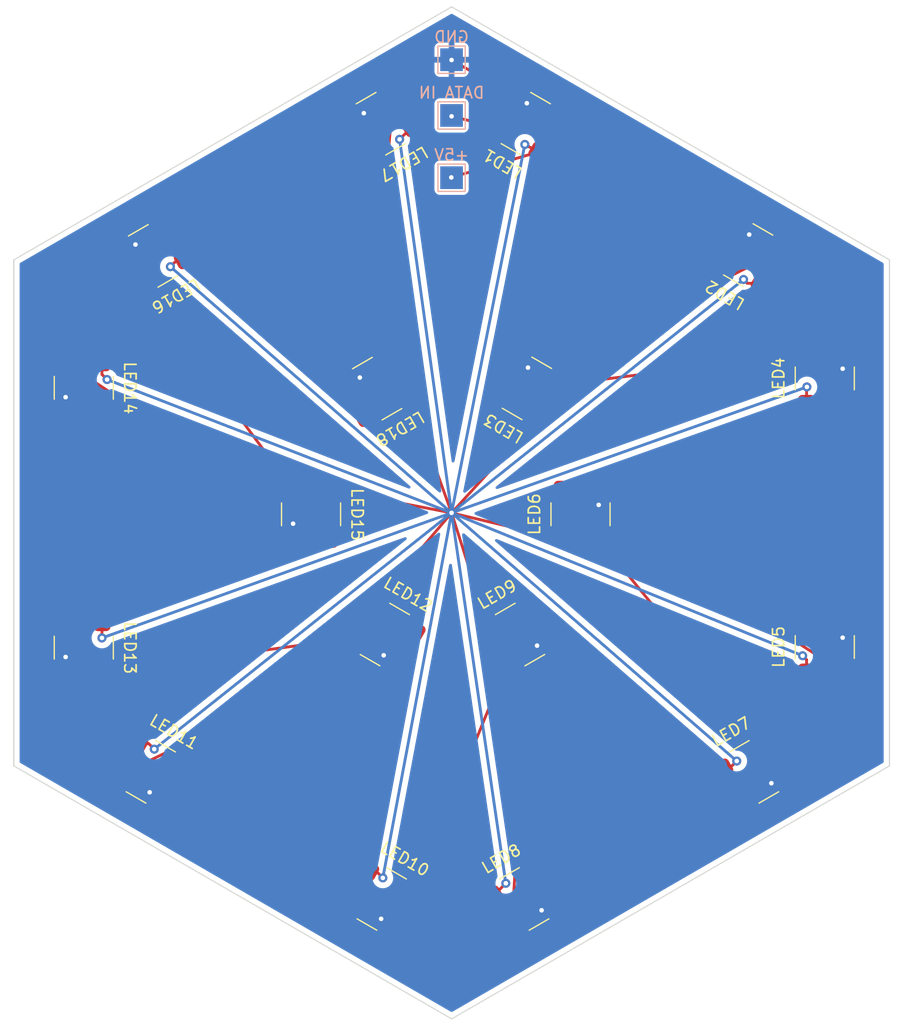
<source format=kicad_pcb>
(kicad_pcb (version 20211014) (generator pcbnew)
  (layers (0 "F.Cu" signal) (31 "B.Cu" signal) (34 "B.Paste" user) (35 "F.Paste" user) (36 "B.SilkS" user "B.Silkscreen") (37 "F.SilkS" user "F.Silkscreen") (38 "B.Mask" user) (39 "F.Mask" user) (44 "Edge.Cuts" user))
  (net 0 "")
  (net 1 "+5V")
  (net 2 "Net-(LED1-Pad2)")
  (net 3 "GND")
  (net 4 "Data IN")
  (net 5 "Net-(LED2-Pad2)")
  (net 6 "Net-(LED4-Pad2)")
  (net 7 "Net-(LED8-Pad2)")
  (net 8 "Net-(LED10-Pad4)")
  (net 9 "Net-(LED10-Pad2)")
  (net 10 "Net-(LED12-Pad2)")
  (net 11 "Net-(LED13-Pad2)")
  (net 12 "Net-(LED15-Pad2)")
  (net 13 "Net-(LED17-Pad2)")
  (net 14 "Net-(LED3-Pad2)")
  (net 15 "Net-(LED5-Pad2)")
  (net 16 "Net-(LED6-Pad2)")
  (net 17 "Net-(LED7-Pad2)")
  (net 18 "Net-(LED11-Pad2)")
  (net 19 "Net-(LED14-Pad2)")
  (net 20 "Net-(LED16-Pad2)")
  (footprint "Components:LED_SK6812RGBW_5050Metric_Pad1.5x1.5mm_HandSolder" (layer "F.Cu") (at 183.025 89.325 90)
    (fp_text reference "LED4" (at 0.01 -4.06 90 unlocked) (layer "F.SilkS"))
    (fp_text value "LED_SK6812RGBW_5050Metric_Pad1.5x1.5mm_HandSolder" hide)
    (fp_line (start -1 -2.6) (end 1 -2.6) (layer "F.SilkS") (width 0.12))
    (fp_line (start -1 2.6) (end 1 2.6) (layer "F.SilkS") (width 0.12))
    (pad "1" smd roundrect (at -2.2 -1.6 90) (size 1.5 1.5) (layers "F.Cu" "F.Paste" "F.Mask") (net 1 "+5V"))
    (pad "2" smd roundrect (at -2.2 1.6 90) (size 1.5 1.5) (layers "F.Cu" "F.Paste" "F.Mask") (net 6 "Net-(LED4-Pad2)"))
    (pad "3" smd roundrect (at 2.2 1.6 90) (size 1.5 1.5) (layers "F.Cu" "F.Paste" "F.Mask") (net 3 "GND"))
    (pad "4" smd roundrect (at 2.2 -1.6 90) (size 1.5 1.5) (layers "F.Cu" "F.Paste" "F.Mask") (net 14 "Net-(LED3-Pad2)"))
  )
  (footprint "Components:LED_SK6812RGBW_5050Metric_Pad1.5x1.5mm_HandSolder" (layer "F.Cu") (at 156.575 135.1 30)
    (fp_text reference "LED8" (at 0.01 -4.06 30 unlocked) (layer "F.SilkS"))
    (fp_text value "LED_SK6812RGBW_5050Metric_Pad1.5x1.5mm_HandSolder" hide)
    (fp_line (start -1 2.6) (end 1 2.6) (layer "F.SilkS") (width 0.12))
    (fp_line (start -1 -2.6) (end 1 -2.6) (layer "F.SilkS") (width 0.12))
    (pad "1" smd roundrect (at -2.2 -1.6 30) (size 1.5 1.5) (layers "F.Cu" "F.Paste" "F.Mask") (net 1 "+5V"))
    (pad "2" smd roundrect (at -2.2 1.6 30) (size 1.5 1.5) (layers "F.Cu" "F.Paste" "F.Mask") (net 7 "Net-(LED8-Pad2)"))
    (pad "3" smd roundrect (at 2.2 1.6 30) (size 1.5 1.5) (layers "F.Cu" "F.Paste" "F.Mask") (net 3 "GND"))
    (pad "4" smd roundrect (at 2.2 -1.6 30) (size 1.5 1.5) (layers "F.Cu" "F.Paste" "F.Mask") (net 17 "Net-(LED7-Pad2)"))
  )
  (footprint "Components:LED_SK6812RGBW_5050Metric_Pad1.5x1.5mm_HandSolder" (layer "F.Cu") (at 143.625 90.225 -150)
    (fp_text reference "LED18" (at 0.01 -4.06 -150 unlocked) (layer "F.SilkS"))
    (fp_text value "LED_SK6812RGBW_5050Metric_Pad1.5x1.5mm_HandSolder" hide)
    (fp_line (start -1 -2.6) (end 1 -2.6) (layer "F.SilkS") (width 0.12))
    (fp_line (start -1 2.6) (end 1 2.6) (layer "F.SilkS") (width 0.12))
    (pad "1" smd roundrect (at -2.2 -1.6 210) (size 1.5 1.5) (layers "F.Cu" "F.Paste" "F.Mask") (net 1 "+5V"))
    (pad "2" smd roundrect (at -2.2 1.6 210) (size 1.5 1.5) (layers "F.Cu" "F.Paste" "F.Mask"))
    (pad "3" smd roundrect (at 2.2 1.6 210) (size 1.5 1.5) (layers "F.Cu" "F.Paste" "F.Mask") (net 3 "GND"))
    (pad "4" smd roundrect (at 2.2 -1.6 210) (size 1.5 1.5) (layers "F.Cu" "F.Paste" "F.Mask") (net 13 "Net-(LED17-Pad2)"))
  )
  (footprint "Components:LED_SK6812RGBW_5050Metric_Pad1.5x1.5mm_HandSolder" (layer "F.Cu") (at 117.8 90.15 -90)
    (fp_text reference "LED14" (at 0.01 -4.06 -90 unlocked) (layer "F.SilkS"))
    (fp_text value "LED_SK6812RGBW_5050Metric_Pad1.5x1.5mm_HandSolder" hide)
    (fp_line (start -1 -2.6) (end 1 -2.6) (layer "F.SilkS") (width 0.12))
    (fp_line (start -1 2.6) (end 1 2.6) (layer "F.SilkS") (width 0.12))
    (pad "1" smd roundrect (at -2.2 -1.6 270) (size 1.5 1.5) (layers "F.Cu" "F.Paste" "F.Mask") (net 1 "+5V"))
    (pad "2" smd roundrect (at -2.2 1.6 270) (size 1.5 1.5) (layers "F.Cu" "F.Paste" "F.Mask") (net 19 "Net-(LED14-Pad2)"))
    (pad "3" smd roundrect (at 2.2 1.6 270) (size 1.5 1.5) (layers "F.Cu" "F.Paste" "F.Mask") (net 3 "GND"))
    (pad "4" smd roundrect (at 2.2 -1.6 270) (size 1.5 1.5) (layers "F.Cu" "F.Paste" "F.Mask") (net 11 "Net-(LED13-Pad2)"))
  )
  (footprint "Components:LED_SK6812RGBW_5050Metric_Pad1.5x1.5mm_HandSolder" (layer "F.Cu") (at 156.705935 66.925 150)
    (fp_text reference "LED1" (at 0.01 -4.06 150 unlocked) (layer "F.SilkS"))
    (fp_text value "LED_SK6812RGBW_5050Metric_Pad1.5x1.5mm_HandSolder" hide)
    (fp_line (start -1 2.6) (end 1 2.6) (layer "F.SilkS") (width 0.12))
    (fp_line (start -1 -2.6) (end 1 -2.6) (layer "F.SilkS") (width 0.12))
    (pad "1" smd roundrect (at -2.2 -1.6 150) (size 1.5 1.5) (layers "F.Cu" "F.Paste" "F.Mask") (net 1 "+5V"))
    (pad "2" smd roundrect (at -2.2 1.6 150) (size 1.5 1.5) (layers "F.Cu" "F.Paste" "F.Mask") (net 2 "Net-(LED1-Pad2)"))
    (pad "3" smd roundrect (at 2.2 1.6 150) (size 1.5 1.5) (layers "F.Cu" "F.Paste" "F.Mask") (net 3 "GND"))
    (pad "4" smd roundrect (at 2.2 -1.6 150) (size 1.5 1.5) (layers "F.Cu" "F.Paste" "F.Mask") (net 4 "Data IN"))
  )
  (footprint "Components:LED_SK6812RGBW_5050Metric_Pad1.5x1.5mm_HandSolder" (layer "F.Cu") (at 144.025 135.1 -30)
    (fp_text reference "LED10" (at 0.01 -4.06 -30 unlocked) (layer "F.SilkS"))
    (fp_text value "LED_SK6812RGBW_5050Metric_Pad1.5x1.5mm_HandSolder" hide)
    (fp_line (start -1 -2.6) (end 1 -2.6) (layer "F.SilkS") (width 0.12))
    (fp_line (start -1 2.6) (end 1 2.6) (layer "F.SilkS") (width 0.12))
    (pad "1" smd roundrect (at -2.2 -1.6 330) (size 1.5 1.5) (layers "F.Cu" "F.Paste" "F.Mask") (net 1 "+5V"))
    (pad "2" smd roundrect (at -2.2 1.6 330) (size 1.5 1.5) (layers "F.Cu" "F.Paste" "F.Mask") (net 9 "Net-(LED10-Pad2)"))
    (pad "3" smd roundrect (at 2.2 1.6 330) (size 1.5 1.5) (layers "F.Cu" "F.Paste" "F.Mask") (net 3 "GND"))
    (pad "4" smd roundrect (at 2.2 -1.6 330) (size 1.5 1.5) (layers "F.Cu" "F.Paste" "F.Mask") (net 8 "Net-(LED10-Pad4)"))
  )
  (footprint "Components:LED_SK6812RGBW_5050Metric_Pad1.5x1.5mm_HandSolder" (layer "F.Cu") (at 183.025 112.95 90)
    (fp_text reference "LED5" (at 0.01 -4.06 90 unlocked) (layer "F.SilkS"))
    (fp_text value "LED_SK6812RGBW_5050Metric_Pad1.5x1.5mm_HandSolder" hide)
    (fp_line (start -1 2.6) (end 1 2.6) (layer "F.SilkS") (width 0.12))
    (fp_line (start -1 -2.6) (end 1 -2.6) (layer "F.SilkS") (width 0.12))
    (pad "1" smd roundrect (at -2.2 -1.6 90) (size 1.5 1.5) (layers "F.Cu" "F.Paste" "F.Mask") (net 1 "+5V"))
    (pad "2" smd roundrect (at -2.2 1.6 90) (size 1.5 1.5) (layers "F.Cu" "F.Paste" "F.Mask") (net 15 "Net-(LED5-Pad2)"))
    (pad "3" smd roundrect (at 2.2 1.6 90) (size 1.5 1.5) (layers "F.Cu" "F.Paste" "F.Mask") (net 3 "GND"))
    (pad "4" smd roundrect (at 2.2 -1.6 90) (size 1.5 1.5) (layers "F.Cu" "F.Paste" "F.Mask") (net 6 "Net-(LED4-Pad2)"))
  )
  (footprint "Components:LED_SK6812RGBW_5050Metric_Pad1.5x1.5mm_HandSolder" (layer "F.Cu") (at 176.280935 78.475 150)
    (fp_text reference "LED2" (at 0.01 -4.06 150 unlocked) (layer "F.SilkS"))
    (fp_text value "LED_SK6812RGBW_5050Metric_Pad1.5x1.5mm_HandSolder" hide)
    (fp_line (start -1 2.6) (end 1 2.6) (layer "F.SilkS") (width 0.12))
    (fp_line (start -1 -2.6) (end 1 -2.6) (layer "F.SilkS") (width 0.12))
    (pad "1" smd roundrect (at -2.2 -1.6 150) (size 1.5 1.5) (layers "F.Cu" "F.Paste" "F.Mask") (net 1 "+5V"))
    (pad "2" smd roundrect (at -2.2 1.6 150) (size 1.5 1.5) (layers "F.Cu" "F.Paste" "F.Mask") (net 5 "Net-(LED2-Pad2)"))
    (pad "3" smd roundrect (at 2.2 1.6 150) (size 1.5 1.5) (layers "F.Cu" "F.Paste" "F.Mask") (net 3 "GND"))
    (pad "4" smd roundrect (at 2.2 -1.6 150) (size 1.5 1.5) (layers "F.Cu" "F.Paste" "F.Mask") (net 2 "Net-(LED1-Pad2)"))
  )
  (footprint "Components:LED_SK6812RGBW_5050Metric_Pad1.5x1.5mm_HandSolder" (layer "F.Cu") (at 123.9 78.55 -150)
    (fp_text reference "LED16" (at 0.01 -4.06 -150 unlocked) (layer "F.SilkS"))
    (fp_text value "LED_SK6812RGBW_5050Metric_Pad1.5x1.5mm_HandSolder" hide)
    (fp_line (start -1 -2.6) (end 1 -2.6) (layer "F.SilkS") (width 0.12))
    (fp_line (start -1 2.6) (end 1 2.6) (layer "F.SilkS") (width 0.12))
    (pad "1" smd roundrect (at -2.2 -1.6 210) (size 1.5 1.5) (layers "F.Cu" "F.Paste" "F.Mask") (net 1 "+5V"))
    (pad "2" smd roundrect (at -2.2 1.6 210) (size 1.5 1.5) (layers "F.Cu" "F.Paste" "F.Mask") (net 20 "Net-(LED16-Pad2)"))
    (pad "3" smd roundrect (at 2.2 1.6 210) (size 1.5 1.5) (layers "F.Cu" "F.Paste" "F.Mask") (net 3 "GND"))
    (pad "4" smd roundrect (at 2.2 -1.6 210) (size 1.5 1.5) (layers "F.Cu" "F.Paste" "F.Mask") (net 12 "Net-(LED15-Pad2)"))
  )
  (footprint "Components:LED_SK6812RGBW_5050Metric_Pad1.5x1.5mm_HandSolder" (layer "F.Cu") (at 123.7 123.925 -30)
    (fp_text reference "LED11" (at 0.01 -4.06 -30 unlocked) (layer "F.SilkS"))
    (fp_text value "LED_SK6812RGBW_5050Metric_Pad1.5x1.5mm_HandSolder" hide)
    (fp_line (start -1 -2.6) (end 1 -2.6) (layer "F.SilkS") (width 0.12))
    (fp_line (start -1 2.6) (end 1 2.6) (layer "F.SilkS") (width 0.12))
    (pad "1" smd roundrect (at -2.2 -1.6 330) (size 1.5 1.5) (layers "F.Cu" "F.Paste" "F.Mask") (net 1 "+5V"))
    (pad "2" smd roundrect (at -2.2 1.6 330) (size 1.5 1.5) (layers "F.Cu" "F.Paste" "F.Mask") (net 18 "Net-(LED11-Pad2)"))
    (pad "3" smd roundrect (at 2.2 1.6 330) (size 1.5 1.5) (layers "F.Cu" "F.Paste" "F.Mask") (net 3 "GND"))
    (pad "4" smd roundrect (at 2.2 -1.6 330) (size 1.5 1.5) (layers "F.Cu" "F.Paste" "F.Mask") (net 9 "Net-(LED10-Pad2)"))
  )
  (footprint "Components:LED_SK6812RGBW_5050Metric_Pad1.5x1.5mm_HandSolder" (layer "F.Cu") (at 144.3 111.85 -30)
    (fp_text reference "LED12" (at 0.01 -4.06 -30 unlocked) (layer "F.SilkS"))
    (fp_text value "LED_SK6812RGBW_5050Metric_Pad1.5x1.5mm_HandSolder" hide)
    (fp_line (start -1 2.6) (end 1 2.6) (layer "F.SilkS") (width 0.12))
    (fp_line (start -1 -2.6) (end 1 -2.6) (layer "F.SilkS") (width 0.12))
    (pad "1" smd roundrect (at -2.2 -1.6 330) (size 1.5 1.5) (layers "F.Cu" "F.Paste" "F.Mask") (net 1 "+5V"))
    (pad "2" smd roundrect (at -2.2 1.6 330) (size 1.5 1.5) (layers "F.Cu" "F.Paste" "F.Mask") (net 10 "Net-(LED12-Pad2)"))
    (pad "3" smd roundrect (at 2.2 1.6 330) (size 1.5 1.5) (layers "F.Cu" "F.Paste" "F.Mask") (net 3 "GND"))
    (pad "4" smd roundrect (at 2.2 -1.6 330) (size 1.5 1.5) (layers "F.Cu" "F.Paste" "F.Mask") (net 18 "Net-(LED11-Pad2)"))
  )
  (footprint "Components:LED_SK6812RGBW_5050Metric_Pad1.5x1.5mm_HandSolder" (layer "F.Cu") (at 143.95 66.925 -150)
    (fp_text reference "LED17" (at 0.01 -4.06 -150 unlocked) (layer "F.SilkS"))
    (fp_text value "LED_SK6812RGBW_5050Metric_Pad1.5x1.5mm_HandSolder" hide)
    (fp_line (start -1 -2.6) (end 1 -2.6) (layer "F.SilkS") (width 0.12))
    (fp_line (start -1 2.6) (end 1 2.6) (layer "F.SilkS") (width 0.12))
    (pad "1" smd roundrect (at -2.2 -1.6 210) (size 1.5 1.5) (layers "F.Cu" "F.Paste" "F.Mask") (net 1 "+5V"))
    (pad "2" smd roundrect (at -2.2 1.6 210) (size 1.5 1.5) (layers "F.Cu" "F.Paste" "F.Mask") (net 13 "Net-(LED17-Pad2)"))
    (pad "3" smd roundrect (at 2.2 1.6 210) (size 1.5 1.5) (layers "F.Cu" "F.Paste" "F.Mask") (net 3 "GND"))
    (pad "4" smd roundrect (at 2.2 -1.6 210) (size 1.5 1.5) (layers "F.Cu" "F.Paste" "F.Mask") (net 20 "Net-(LED16-Pad2)"))
  )
  (footprint "Components:LED_SK6812RGBW_5050Metric_Pad1.5x1.5mm_HandSolder" (layer "F.Cu") (at 156.2 111.85 30)
    (fp_text reference "LED9" (at 0.01 -4.06 30 unlocked) (layer "F.SilkS"))
    (fp_text value "LED_SK6812RGBW_5050Metric_Pad1.5x1.5mm_HandSolder" hide)
    (fp_line (start -1 -2.6) (end 1 -2.6) (layer "F.SilkS") (width 0.12))
    (fp_line (start -1 2.6) (end 1 2.6) (layer "F.SilkS") (width 0.12))
    (pad "1" smd roundrect (at -2.2 -1.6 30) (size 1.5 1.5) (layers "F.Cu" "F.Paste" "F.Mask") (net 1 "+5V"))
    (pad "2" smd roundrect (at -2.2 1.6 30) (size 1.5 1.5) (layers "F.Cu" "F.Paste" "F.Mask") (net 8 "Net-(LED10-Pad4)"))
    (pad "3" smd roundrect (at 2.2 1.6 30) (size 1.5 1.5) (layers "F.Cu" "F.Paste" "F.Mask") (net 3 "GND"))
    (pad "4" smd roundrect (at 2.2 -1.6 30) (size 1.5 1.5) (layers "F.Cu" "F.Paste" "F.Mask") (net 7 "Net-(LED8-Pad2)"))
  )
  (footprint "Components:LED_SK6812RGBW_5050Metric_Pad1.5x1.5mm_HandSolder" (layer "F.Cu") (at 161.525 101.275 90)
    (fp_text reference "LED6" (at 0.01 -4.06 90 unlocked) (layer "F.SilkS"))
    (fp_text value "LED_SK6812RGBW_5050Metric_Pad1.5x1.5mm_HandSolder" hide)
    (fp_line (start -1 2.6) (end 1 2.6) (layer "F.SilkS") (width 0.12))
    (fp_line (start -1 -2.6) (end 1 -2.6) (layer "F.SilkS") (width 0.12))
    (pad "1" smd roundrect (at -2.2 -1.6 90) (size 1.5 1.5) (layers "F.Cu" "F.Paste" "F.Mask") (net 1 "+5V"))
    (pad "2" smd roundrect (at -2.2 1.6 90) (size 1.5 1.5) (layers "F.Cu" "F.Paste" "F.Mask") (net 16 "Net-(LED6-Pad2)"))
    (pad "3" smd roundrect (at 2.2 1.6 90) (size 1.5 1.5) (layers "F.Cu" "F.Paste" "F.Mask") (net 3 "GND"))
    (pad "4" smd roundrect (at 2.2 -1.6 90) (size 1.5 1.5) (layers "F.Cu" "F.Paste" "F.Mask") (net 15 "Net-(LED5-Pad2)"))
  )
  (footprint "Components:LED_SK6812RGBW_5050Metric_Pad1.5x1.5mm_HandSolder" (layer "F.Cu") (at 156.805935 90.2 150)
    (fp_text reference "LED3" (at 0.01 -4.06 150 unlocked) (layer "F.SilkS"))
    (fp_text value "LED_SK6812RGBW_5050Metric_Pad1.5x1.5mm_HandSolder" hide)
    (fp_line (start -1 -2.6) (end 1 -2.6) (layer "F.SilkS") (width 0.12))
    (fp_line (start -1 2.6) (end 1 2.6) (layer "F.SilkS") (width 0.12))
    (pad "1" smd roundrect (at -2.2 -1.6 150) (size 1.5 1.5) (layers "F.Cu" "F.Paste" "F.Mask") (net 1 "+5V"))
    (pad "2" smd roundrect (at -2.2 1.6 150) (size 1.5 1.5) (layers "F.Cu" "F.Paste" "F.Mask") (net 14 "Net-(LED3-Pad2)"))
    (pad "3" smd roundrect (at 2.2 1.6 150) (size 1.5 1.5) (layers "F.Cu" "F.Paste" "F.Mask") (net 3 "GND"))
    (pad "4" smd roundrect (at 2.2 -1.6 150) (size 1.5 1.5) (layers "F.Cu" "F.Paste" "F.Mask") (net 5 "Net-(LED2-Pad2)"))
  )
  (footprint "Components:LED_SK6812RGBW_5050Metric_Pad1.5x1.5mm_HandSolder" (layer "F.Cu") (at 117.8 113 -90)
    (fp_text reference "LED13" (at 0.01 -4.06 -90 unlocked) (layer "F.SilkS"))
    (fp_text value "LED_SK6812RGBW_5050Metric_Pad1.5x1.5mm_HandSolder" hide)
    (fp_line (start -1 -2.6) (end 1 -2.6) (layer "F.SilkS") (width 0.12))
    (fp_line (start -1 2.6) (end 1 2.6) (layer "F.SilkS") (width 0.12))
    (pad "1" smd roundrect (at -2.2 -1.6 270) (size 1.5 1.5) (layers "F.Cu" "F.Paste" "F.Mask") (net 1 "+5V"))
    (pad "2" smd roundrect (at -2.2 1.6 270) (size 1.5 1.5) (layers "F.Cu" "F.Paste" "F.Mask") (net 11 "Net-(LED13-Pad2)"))
    (pad "3" smd roundrect (at 2.2 1.6 270) (size 1.5 1.5) (layers "F.Cu" "F.Paste" "F.Mask") (net 3 "GND"))
    (pad "4" smd roundrect (at 2.2 -1.6 270) (size 1.5 1.5) (layers "F.Cu" "F.Paste" "F.Mask") (net 10 "Net-(LED12-Pad2)"))
  )
  (footprint "Components:LED_SK6812RGBW_5050Metric_Pad1.5x1.5mm_HandSolder" (layer "F.Cu") (at 176.8 123.925 30)
    (fp_text reference "LED7" (at 0.01 -4.06 30 unlocked) (layer "F.SilkS"))
    (fp_text value "LED_SK6812RGBW_5050Metric_Pad1.5x1.5mm_HandSolder" hide)
    (fp_line (start -1 2.6) (end 1 2.6) (layer "F.SilkS") (width 0.12))
    (fp_line (start -1 -2.6) (end 1 -2.6) (layer "F.SilkS") (width 0.12))
    (pad "1" smd roundrect (at -2.2 -1.6 30) (size 1.5 1.5) (layers "F.Cu" "F.Paste" "F.Mask") (net 1 "+5V"))
    (pad "2" smd roundrect (at -2.2 1.6 30) (size 1.5 1.5) (layers "F.Cu" "F.Paste" "F.Mask") (net 17 "Net-(LED7-Pad2)"))
    (pad "3" smd roundrect (at 2.2 1.6 30) (size 1.5 1.5) (layers "F.Cu" "F.Paste" "F.Mask") (net 3 "GND"))
    (pad "4" smd roundrect (at 2.2 -1.6 30) (size 1.5 1.5) (layers "F.Cu" "F.Paste" "F.Mask") (net 16 "Net-(LED6-Pad2)"))
  )
  (footprint "Components:LED_SK6812RGBW_5050Metric_Pad1.5x1.5mm_HandSolder" (layer "F.Cu") (at 137.805935 101.275 -90)
    (fp_text reference "LED15" (at 0.01 -4.06 -90 unlocked) (layer "F.SilkS"))
    (fp_text value "LED_SK6812RGBW_5050Metric_Pad1.5x1.5mm_HandSolder" hide)
    (fp_line (start -1 2.6) (end 1 2.6) (layer "F.SilkS") (width 0.12))
    (fp_line (start -1 -2.6) (end 1 -2.6) (layer "F.SilkS") (width 0.12))
    (pad "1" smd roundrect (at -2.2 -1.6 270) (size 1.5 1.5) (layers "F.Cu" "F.Paste" "F.Mask") (net 1 "+5V"))
    (pad "2" smd roundrect (at -2.2 1.6 270) (size 1.5 1.5) (layers "F.Cu" "F.Paste" "F.Mask") (net 12 "Net-(LED15-Pad2)"))
    (pad "3" smd roundrect (at 2.2 1.6 270) (size 1.5 1.5) (layers "F.Cu" "F.Paste" "F.Mask") (net 3 "GND"))
    (pad "4" smd roundrect (at 2.2 -1.6 270) (size 1.5 1.5) (layers "F.Cu" "F.Paste" "F.Mask") (net 19 "Net-(LED14-Pad2)"))
  )
  (footprint "TestPoint:TestPoint_Pad_2.0x2.0mm" (layer "B.Cu") (at 150.175 71.675 180)
    (fp_text reference "+5V" (at 0 1.998) (layer "B.SilkS") (effects (justify mirror)))
    (fp_text value "TestPoint_Pad_2.0x2.0mm" hide)
    (fp_line (start 1.2 1.2) (end 1.2 -1.2) (layer "B.SilkS") (width 0.12))
    (fp_line (start 1.2 -1.2) (end -1.2 -1.2) (layer "B.SilkS") (width 0.12))
    (fp_line (start -1.2 -1.2) (end -1.2 1.2) (layer "B.SilkS") (width 0.12))
    (fp_line (start -1.2 1.2) (end 1.2 1.2) (layer "B.SilkS") (width 0.12))
    (pad "1" smd rect (at 0 0 180) (size 2 2) (layers "B.Cu" "B.Mask") (net 1 "+5V"))
  )
  (footprint "TestPoint:TestPoint_Pad_2.0x2.0mm" (layer "B.Cu") (at 150.175 66.2 180)
    (fp_text reference "DATA IN" (at 0 1.998) (layer "B.SilkS") (effects (justify mirror)))
    (fp_text value "TestPoint_Pad_2.0x2.0mm" hide)
    (fp_line (start 1.2 -1.2) (end -1.2 -1.2) (layer "B.SilkS") (width 0.12))
    (fp_line (start -1.2 1.2) (end 1.2 1.2) (layer "B.SilkS") (width 0.12))
    (fp_line (start -1.2 -1.2) (end -1.2 1.2) (layer "B.SilkS") (width 0.12))
    (fp_line (start 1.2 1.2) (end 1.2 -1.2) (layer "B.SilkS") (width 0.12))
    (pad "1" smd rect (at 0 0 180) (size 2 2) (layers "B.Cu" "B.Mask") (net 4 "Data IN"))
  )
  (footprint "TestPoint:TestPoint_Pad_2.0x2.0mm" (layer "B.Cu") (at 150.175 61.3 180)
    (fp_text reference "GND" (at 0 1.998) (layer "B.SilkS") (effects (justify mirror)))
    (fp_text value "TestPoint_Pad_2.0x2.0mm" hide)
    (fp_line (start 1.2 -1.2) (end -1.2 -1.2) (layer "B.SilkS") (width 0.12))
    (fp_line (start -1.2 1.2) (end 1.2 1.2) (layer "B.SilkS") (width 0.12))
    (fp_line (start -1.2 -1.2) (end -1.2 1.2) (layer "B.SilkS") (width 0.12))
    (fp_line (start 1.2 1.2) (end 1.2 -1.2) (layer "B.SilkS") (width 0.12))
    (pad "1" smd rect (at 0 0 180) (size 2 2) (layers "B.Cu" "B.Mask") (net 3 "GND"))
  )
  (gr_line (start 150.180935 56.65) (end 111.642805 78.9) (layer "Edge.Cuts") (width 0.1))
  (gr_line (start 111.642805 123.4) (end 150.180935 145.65) (layer "Edge.Cuts") (width 0.1))
  (gr_line (start 188.719065 78.9) (end 150.180935 56.65) (layer "Edge.Cuts") (width 0.1))
  (gr_line (start 188.719065 123.4) (end 188.719065 78.9) (layer "Edge.Cuts") (width 0.1))
  (gr_line (start 111.642805 123.4) (end 111.642805 78.9) (layer "Edge.Cuts") (width 0.1))
  (gr_line (start 150.180935 145.65) (end 188.719066 123.4) (layer "Edge.Cuts") (width 0.1))
  (segment (start 143.489359 132.614359) (end 144.125 133.25) (width 0.25) (layer "F.Cu") (net 1))
  (segment (start 157.811191 69.410641) (end 156.625 68.75) (width 0.25) (layer "F.Cu") (net 1))
  (segment (start 181.425 114.064031) (end 181.425 115.15) (width 0.25) (layer "F.Cu") (net 1))
  (segment (start 146.655256 67.244744) (end 145.6 68.3) (width 0.25) (layer "F.Cu") (net 1))
  (segment (start 177.386191 80.960641) (end 176.210641 80.960641) (width 0.25) (layer "F.Cu") (net 1))
  (segment (start 181.425 91.525) (end 181.425 90.1) (width 0.25) (layer "F.Cu") (net 1))
  (segment (start 153.869744 134.814359) (end 153.869744 134.805256) (width 0.25) (layer "F.Cu") (net 1))
  (segment (start 146.330256 90.510641) (end 150.175 101.15) (width 0.25) (layer "F.Cu") (net 1))
  (segment (start 176.210641 80.960641) (end 175.875 80.625) (width 0.25) (layer "F.Cu") (net 1))
  (segment (start 143.194744 109.364359) (end 143.310641 109.364359) (width 0.25) (layer "F.Cu") (net 1))
  (segment (start 126.605256 78.835641) (end 126.089359 78.835641) (width 0.25) (layer "F.Cu") (net 1))
  (segment (start 153.494744 111.564359) (end 150.175 101.15) (width 0.25) (layer "F.Cu") (net 1))
  (segment (start 143.194744 109.364359) (end 150.175 101.15) (width 0.25) (layer "F.Cu") (net 1))
  (segment (start 159.925 103.475) (end 150.175 101.15) (width 0.25) (layer "F.Cu") (net 1))
  (segment (start 146.655256 67.210641) (end 146.655256 67.244744) (width 0.25) (layer "F.Cu") (net 1))
  (segment (start 119.4 88.975) (end 119.85 89.425) (width 0.25) (layer "F.Cu") (net 1))
  (segment (start 139.405935 99.075) (end 150.175 101.15) (width 0.25) (layer "F.Cu") (net 1))
  (segment (start 157.811191 69.410641) (end 150.15 71.65) (width 0.25) (layer "F.Cu") (net 1))
  (segment (start 174.094744 123.639359) (end 174.610641 123.639359) (width 0.25) (layer "F.Cu") (net 1))
  (segment (start 124.002495 121.929097) (end 123.512757 121.439359) (width 0.25) (layer "F.Cu") (net 1))
  (segment (start 181.425 90.1) (end 181.45 90.075) (width 0.25) (layer "F.Cu") (net 1))
  (segment (start 181.075702 113.714733) (end 181.425 114.064031) (width 0.25) (layer "F.Cu") (net 1))
  (segment (start 119.4 110.8) (end 119.4 112.15) (width 0.25) (layer "F.Cu") (net 1))
  (segment (start 174.610641 123.639359) (end 175.275 122.975) (width 0.25) (layer "F.Cu") (net 1))
  (segment (start 153.869744 134.805256) (end 154.95 133.725) (width 0.25) (layer "F.Cu") (net 1))
  (segment (start 157.911191 92.685641) (end 150.175 101.15) (width 0.25) (layer "F.Cu") (net 1))
  (segment (start 123.512757 121.439359) (end 122.594744 121.439359) (width 0.25) (layer "F.Cu") (net 1))
  (segment (start 126.089359 78.835641) (end 125.425 79.5) (width 0.25) (layer "F.Cu") (net 1))
  (segment (start 157.911191 92.685641) (end 157.911191 93.138809) (width 0.25) (layer "F.Cu") (net 1))
  (segment (start 119.4 87.95) (end 119.4 88.975) (width 0.25) (layer "F.Cu") (net 1))
  (segment (start 142.919744 132.614359) (end 143.489359 132.614359) (width 0.25) (layer "F.Cu") (net 1))
  (via (at 124.002495 121.929097) (size 0.8) (drill 0.4) (layers "F.Cu" "B.Cu") (net 1))
  (via (at 175.875 80.625) (size 0.8) (drill 0.4) (layers "F.Cu" "B.Cu") (net 1))
  (via (at 181.075702 113.714733) (size 0.8) (drill 0.4) (layers "F.Cu" "B.Cu") (net 1))
  (via (at 119.85 89.425) (size 0.8) (drill 0.4) (layers "F.Cu" "B.Cu") (net 1))
  (via (at 181.45 90.075) (size 0.8) (drill 0.4) (layers "F.Cu" "B.Cu") (net 1))
  (via (at 150.15 71.65) (size 0.8) (drill 0.4) (layers "F.Cu" "B.Cu") (net 1))
  (via (at 144.125 133.25) (size 0.8) (drill 0.4) (layers "F.Cu" "B.Cu") (net 1))
  (via (at 150.175 101.15) (size 0.8) (drill 0.4) (layers "F.Cu" "B.Cu") (net 1))
  (via (at 125.425 79.5) (size 0.8) (drill 0.4) (layers "F.Cu" "B.Cu") (net 1))
  (via (at 156.625 68.75) (size 0.8) (drill 0.4) (layers "F.Cu" "B.Cu") (net 1))
  (via (at 145.6 68.3) (size 0.8) (drill 0.4) (layers "F.Cu" "B.Cu") (net 1))
  (via (at 175.275 122.975) (size 0.8) (drill 0.4) (layers "F.Cu" "B.Cu") (net 1))
  (via (at 154.95 133.725) (size 0.8) (drill 0.4) (layers "F.Cu" "B.Cu") (net 1))
  (via (at 119.4 112.15) (size 0.8) (drill 0.4) (layers "F.Cu" "B.Cu") (net 1))
  (segment (start 156.625 68.75) (end 150.175 101.15) (width 0.25) (layer "B.Cu") (net 1))
  (segment (start 119.4 112.15) (end 150.175 101.15) (width 0.25) (layer "B.Cu") (net 1))
  (segment (start 125.425 79.5) (end 150.175 101.15) (width 0.25) (layer "B.Cu") (net 1))
  (segment (start 181.45 90.075) (end 150.175 101.15) (width 0.25) (layer "B.Cu") (net 1))
  (segment (start 119.85 89.425) (end 150.175 101.15) (width 0.25) (layer "B.Cu") (net 1))
  (segment (start 124.002495 121.929097) (end 150.175 101.15) (width 0.25) (layer "B.Cu") (net 1))
  (segment (start 175.875 80.625) (end 150.175 101.15) (width 0.25) (layer "B.Cu") (net 1))
  (segment (start 181.075702 113.714733) (end 150.175 101.15) (width 0.25) (layer "B.Cu") (net 1))
  (segment (start 175.275 122.975) (end 150.175 101.15) (width 0.25) (layer "B.Cu") (net 1))
  (segment (start 144.125 133.25) (end 150.175 101.15) (width 0.25) (layer "B.Cu") (net 1))
  (segment (start 154.95 133.725) (end 150.175 101.15) (width 0.25) (layer "B.Cu") (net 1))
  (segment (start 145.6 68.3) (end 150.175 101.15) (width 0.25) (layer "B.Cu") (net 1))
  (segment (start 159.411191 66.639359) (end 173.575679 78.760641) (width 0.25) (layer "F.Cu") (net 2))
  (segment (start 155.600679 64.439359) (end 156.114359 64.439359) (width 0.25) (layer "F.Cu") (net 3))
  (segment (start 175.175679 75.989359) (end 175.689359 75.989359) (width 0.25) (layer "F.Cu") (net 3))
  (segment (start 155.700679 87.714359) (end 156.239359 87.714359) (width 0.25) (layer "F.Cu") (net 3))
  (segment (start 175.689359 75.989359) (end 176.375 76.675) (width 0.25) (layer "F.Cu") (net 3))
  (segment (start 136.205935 102.119065) (end 136.225 102.1) (width 0.25) (layer "F.Cu") (net 3))
  (segment (start 144.710641 137.585641) (end 143.975 136.85) (width 0.25) (layer "F.Cu") (net 3))
  (segment (start 124.805256 126.410641) (end 124.285641 126.410641) (width 0.25) (layer "F.Cu") (net 3))
  (segment (start 156.114359 64.439359) (end 156.8 65.125) (width 0.25) (layer "F.Cu") (net 3))
  (segment (start 179.039359 124.210641) (end 178.325 124.925) (width 0.25) (layer "F.Cu") (net 3))
  (segment (start 116.2 115.2) (end 116.2 113.825) (width 0.25) (layer "F.Cu") (net 3))
  (segment (start 184.625 88.45) (end 184.6 88.475) (width 0.25) (layer "F.Cu") (net 3))
  (segment (start 184.625 110.75) (end 184.625 112.1) (width 0.25) (layer "F.Cu") (net 3))
  (segment (start 158.389359 112.135641) (end 157.7 112.825) (width 0.25) (layer "F.Cu") (net 3))
  (segment (start 145.130256 137.585641) (end 144.710641 137.585641) (width 0.25) (layer "F.Cu") (net 3))
  (segment (start 121.194744 78.264359) (end 121.635641 78.264359) (width 0.25) (layer "F.Cu") (net 3))
  (segment (start 124.285641 126.410641) (end 123.6 125.725) (width 0.25) (layer "F.Cu") (net 3))
  (segment (start 163.125 99.075) (end 163.125 100.45) (width 0.25) (layer "F.Cu") (net 3))
  (segment (start 144.860641 114.335641) (end 144.2 113.675) (width 0.25) (layer "F.Cu") (net 3))
  (segment (start 156.239359 87.714359) (end 156.9 88.375) (width 0.25) (layer "F.Cu") (net 3))
  (segment (start 141.810641 66.639359) (end 142.45 66) (width 0.25) (layer "F.Cu") (net 3))
  (segment (start 159.280256 135.385641) (end 158.814359 135.385641) (width 0.25) (layer "F.Cu") (net 3))
  (segment (start 141.410641 89.939359) (end 142.1 89.25) (width 0.25) (layer "F.Cu") (net 3))
  (segment (start 155.600679 64.439359) (end 150.175 61.325) (width 0.25) (layer "F.Cu") (net 3))
  (segment (start 184.625 87.125) (end 184.625 88.45) (width 0.25) (layer "F.Cu") (net 3))
  (segment (start 184.625 112.1) (end 184.6 112.125) (width 0.25) (layer "F.Cu") (net 3))
  (segment (start 136.205935 103.475) (end 136.205935 102.119065) (width 0.25) (layer "F.Cu") (net 3))
  (segment (start 145.405256 114.335641) (end 144.860641 114.335641) (width 0.25) (layer "F.Cu") (net 3))
  (segment (start 141.244744 66.639359) (end 141.810641 66.639359) (width 0.25) (layer "F.Cu") (net 3))
  (segment (start 121.635641 78.264359) (end 122.35 77.55) (width 0.25) (layer "F.Cu") (net 3))
  (segment (start 179.505256 124.210641) (end 179.039359 124.210641) (width 0.25) (layer "F.Cu") (net 3))
  (segment (start 158.905256 112.135641) (end 158.389359 112.135641) (width 0.25) (layer "F.Cu") (net 3))
  (segment (start 140.919744 89.939359) (end 141.410641 89.939359) (width 0.25) (layer "F.Cu") (net 3))
  (segment (start 116.2 92.35) (end 116.2 90.975) (width 0.25) (layer "F.Cu") (net 3))
  (segment (start 158.814359 135.385641) (end 158.1 136.1) (width 0.25) (layer "F.Cu") (net 3))
  (via (at 184.6 88.475) (size 0.8) (drill 0.4) (layers "F.Cu" "B.Cu") (net 3))
  (via (at 163.125 100.45) (size 0.8) (drill 0.4) (layers "F.Cu" "B.Cu") (net 3))
  (via (at 116.2 113.825) (size 0.8) (drill 0.4) (layers "F.Cu" "B.Cu") (net 3))
  (via (at 158.1 136.1) (size 0.8) (drill 0.4) (layers "F.Cu" "B.Cu") (net 3))
  (via (at 156.8 65.125) (size 0.8) (drill 0.4) (layers "F.Cu" "B.Cu") (net 3))
  (via (at 184.6 112.125) (size 0.8) (drill 0.4) (layers "F.Cu" "B.Cu") (net 3))
  (via (at 122.35 77.55) (size 0.8) (drill 0.4) (layers "F.Cu" "B.Cu") (net 3))
  (via (at 142.45 66) (size 0.8) (drill 0.4) (layers "F.Cu" "B.Cu") (net 3))
  (via (at 144.2 113.675) (size 0.8) (drill 0.4) (layers "F.Cu" "B.Cu") (net 3))
  (via (at 136.225 102.1) (size 0.8) (drill 0.4) (layers "F.Cu" "B.Cu") (net 3))
  (via (at 156.9 88.375) (size 0.8) (drill 0.4) (layers "F.Cu" "B.Cu") (net 3))
  (via (at 176.375 76.675) (size 0.8) (drill 0.4) (layers "F.Cu" "B.Cu") (net 3))
  (via (at 123.6 125.725) (size 0.8) (drill 0.4) (layers "F.Cu" "B.Cu") (net 3))
  (via (at 143.975 136.85) (size 0.8) (drill 0.4) (layers "F.Cu" "B.Cu") (net 3))
  (via (at 157.7 112.825) (size 0.8) (drill 0.4) (layers "F.Cu" "B.Cu") (net 3))
  (via (at 178.325 124.925) (size 0.8) (drill 0.4) (layers "F.Cu" "B.Cu") (net 3))
  (via (at 116.2 90.975) (size 0.8) (drill 0.4) (layers "F.Cu" "B.Cu") (net 3))
  (via (at 142.1 89.25) (size 0.8) (drill 0.4) (layers "F.Cu" "B.Cu") (net 3))
  (via (at 150.175 61.325) (size 0.8) (drill 0.4) (layers "F.Cu" "B.Cu") (net 3))
  (segment (start 154.000679 67.210641) (end 150.175 66.275) (width 0.25) (layer "F.Cu") (net 4))
  (via (at 150.175 66.275) (size 0.8) (drill 0.4) (layers "F.Cu" "B.Cu") (net 4))
  (segment (start 155.275 90.025) (end 154.100679 90.485641) (width 0.25) (layer "F.Cu") (net 5))
  (segment (start 178.986191 78.189359) (end 155.275 90.025) (width 0.25) (layer "F.Cu") (net 5))
  (segment (start 184.625 91.525) (end 181.425 110.75) (width 0.25) (layer "F.Cu") (net 6))
  (segment (start 157.037365 111.037635) (end 157.305256 109.364359) (width 0.25) (layer "F.Cu") (net 7))
  (segment (start 157.037365 111.237365) (end 157.037365 111.037635) (width 0.25) (layer "F.Cu") (net 7))
  (segment (start 157.037365 111.037635) (end 157.05 111.025) (width 0.25) (layer "F.Cu") (net 7))
  (segment (start 155.469744 137.585641) (end 157.037365 111.237365) (width 0.25) (layer "F.Cu") (net 7))
  (segment (start 155.094744 114.335641) (end 146.730256 134.814359) (width 0.25) (layer "F.Cu") (net 8))
  (segment (start 141.319744 135.385641) (end 126.405256 123.639359) (width 0.25) (layer "F.Cu") (net 9))
  (segment (start 141.594744 112.135641) (end 119.4 115.2) (width 0.25) (layer "F.Cu") (net 10))
  (segment (start 116.2 110.8) (end 119.4 92.35) (width 0.25) (layer "F.Cu") (net 11))
  (segment (start 136.205935 99.075) (end 122.794744 81.035641) (width 0.25) (layer "F.Cu") (net 12))
  (segment (start 145.055256 64.439359) (end 142.519744 92.710641) (width 0.25) (layer "F.Cu") (net 13))
  (segment (start 159.511191 89.914359) (end 181.425 87.125) (width 0.25) (layer "F.Cu") (net 14))
  (segment (start 184.625 115.15) (end 161.5 100.175) (width 0.25) (layer "F.Cu") (net 15))
  (segment (start 161.5 100.175) (end 159.925 99.075) (width 0.25) (layer "F.Cu") (net 15))
  (segment (start 163.125 103.475) (end 177.905256 121.439359) (width 0.25) (layer "F.Cu") (net 16))
  (segment (start 175.694744 126.410641) (end 157.680256 132.614359) (width 0.25) (layer "F.Cu") (net 17))
  (segment (start 145.9 112) (end 147.005256 111.564359) (width 0.25) (layer "F.Cu") (net 18))
  (segment (start 120.994744 124.210641) (end 145.9 112) (width 0.25) (layer "F.Cu") (net 18))
  (segment (start 138.104645 102.445355) (end 139.405935 103.475) (width 0.25) (layer "F.Cu") (net 19))
  (segment (start 116.2 87.95) (end 138.104645 102.445355) (width 0.25) (layer "F.Cu") (net 19))
  (segment (start 125.005256 76.064359) (end 142.844744 69.410641) (width 0.25) (layer "F.Cu") (net 20))
  (zone (net 3) (net_name "GND") (layer "B.Cu") (connect_pads (clearance 0.508)) (min_thickness 0.254) (fill yes (thermal_gap 0.508) (thermal_bridge_width 0.508))
    (polygon (pts (xy 189.531803 56.177826) (xy 189.656089 146.106625) (xy 110.425 146.1) (xy 110.425714 56.046201)))
  )
)
</source>
